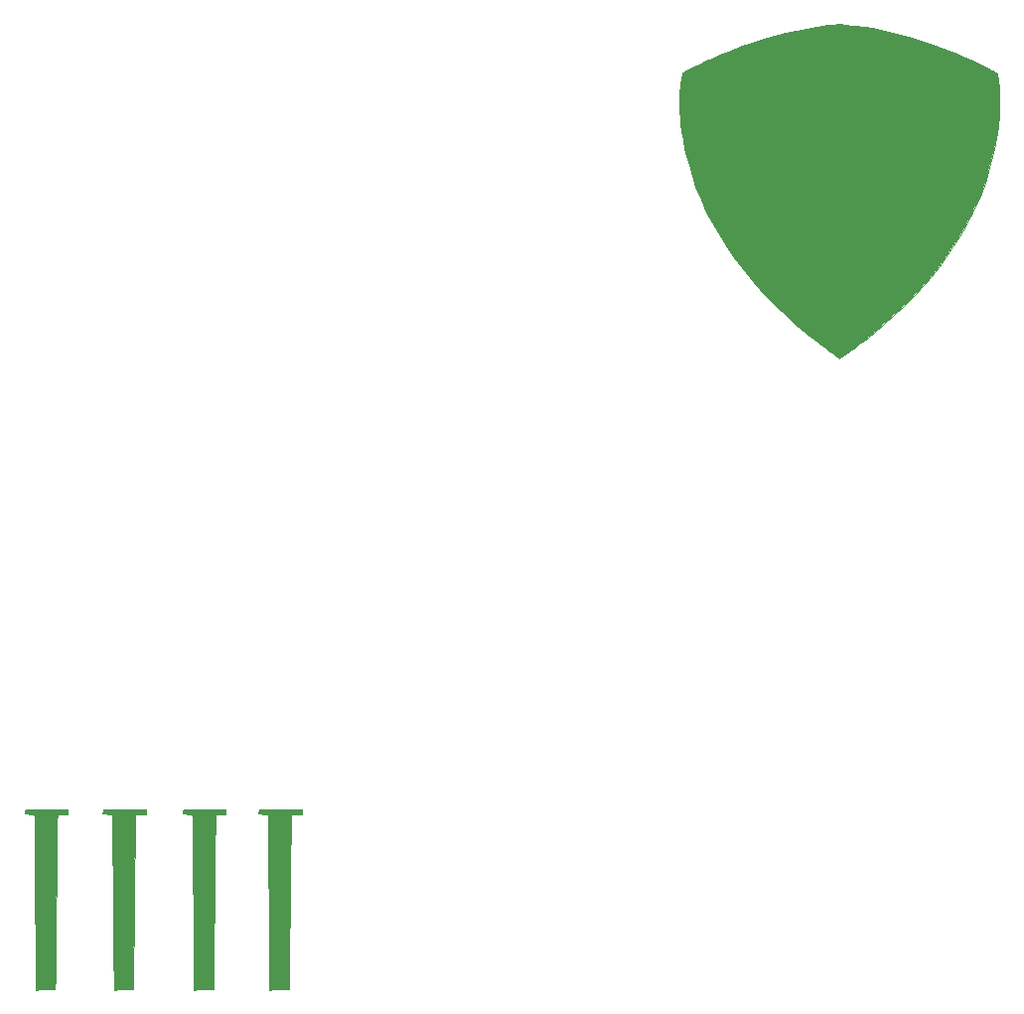
<source format=gbr>
%TF.GenerationSoftware,KiCad,Pcbnew,(6.0.11)*%
%TF.CreationDate,2023-04-05T19:42:33-05:00*%
%TF.ProjectId,GamePip,47616d65-5069-4702-9e6b-696361645f70,rev?*%
%TF.SameCoordinates,Original*%
%TF.FileFunction,Copper,L1,Top*%
%TF.FilePolarity,Positive*%
%FSLAX46Y46*%
G04 Gerber Fmt 4.6, Leading zero omitted, Abs format (unit mm)*
G04 Created by KiCad (PCBNEW (6.0.11)) date 2023-04-05 19:42:33*
%MOMM*%
%LPD*%
G01*
G04 APERTURE LIST*
%TA.AperFunction,EtchedComponent*%
%ADD10C,0.010000*%
%TD*%
G04 APERTURE END LIST*
%TO.C,G\u002A\u002A\u002A*%
G36*
X116866508Y-118050766D02*
G01*
X117126520Y-118051386D01*
X117379486Y-118052331D01*
X117621393Y-118053566D01*
X117848226Y-118055053D01*
X118055970Y-118056758D01*
X118240610Y-118058644D01*
X118398134Y-118060676D01*
X118524525Y-118062818D01*
X118615770Y-118065033D01*
X118660375Y-118066812D01*
X118898500Y-118080213D01*
X118898500Y-118476167D01*
X118013451Y-118476167D01*
X118001762Y-118671958D01*
X118000624Y-118708230D01*
X117999060Y-118785212D01*
X117997090Y-118901282D01*
X117994733Y-119054819D01*
X117992009Y-119244202D01*
X117988938Y-119467809D01*
X117985539Y-119724020D01*
X117981833Y-120011213D01*
X117977839Y-120327766D01*
X117973576Y-120672058D01*
X117969065Y-121042469D01*
X117964325Y-121437376D01*
X117959377Y-121855159D01*
X117954239Y-122294196D01*
X117948931Y-122752866D01*
X117943474Y-123229547D01*
X117937886Y-123722619D01*
X117932189Y-124230460D01*
X117926401Y-124751448D01*
X117920542Y-125283963D01*
X117914631Y-125826383D01*
X117914575Y-125831583D01*
X117908654Y-126375292D01*
X117902781Y-126909685D01*
X117896977Y-127433108D01*
X117891261Y-127943908D01*
X117885654Y-128440434D01*
X117880175Y-128921031D01*
X117874845Y-129384047D01*
X117869683Y-129827830D01*
X117864709Y-130250727D01*
X117859943Y-130651084D01*
X117855405Y-131027250D01*
X117851116Y-131377570D01*
X117847094Y-131700393D01*
X117843360Y-131994066D01*
X117839934Y-132256936D01*
X117836836Y-132487349D01*
X117834085Y-132683654D01*
X117831702Y-132844198D01*
X117829707Y-132967327D01*
X117828119Y-133051389D01*
X117826982Y-133094151D01*
X117814888Y-133392886D01*
X117314236Y-133406703D01*
X117149178Y-133411468D01*
X116976522Y-133416819D01*
X116808013Y-133422368D01*
X116655394Y-133427723D01*
X116530412Y-133432495D01*
X116504844Y-133433552D01*
X116196105Y-133446585D01*
X116182869Y-132475417D01*
X116181598Y-132374189D01*
X116179986Y-132232595D01*
X116178054Y-132052602D01*
X116175817Y-131836176D01*
X116173296Y-131585285D01*
X116170508Y-131301895D01*
X116167472Y-130987972D01*
X116164206Y-130645483D01*
X116160727Y-130276394D01*
X116157055Y-129882671D01*
X116153207Y-129466282D01*
X116149202Y-129029193D01*
X116145059Y-128573370D01*
X116140794Y-128100779D01*
X116136428Y-127613388D01*
X116131977Y-127113163D01*
X116127460Y-126602070D01*
X116122895Y-126082075D01*
X116118302Y-125555146D01*
X116114005Y-125059000D01*
X116109492Y-124538933D01*
X116105022Y-124029639D01*
X116100613Y-123532757D01*
X116096280Y-123049924D01*
X116092040Y-122582781D01*
X116087908Y-122132964D01*
X116083901Y-121702113D01*
X116080035Y-121291867D01*
X116076325Y-120903863D01*
X116072789Y-120539741D01*
X116069441Y-120201139D01*
X116066299Y-119889695D01*
X116063378Y-119607048D01*
X116060694Y-119354838D01*
X116058263Y-119134701D01*
X116056102Y-118948277D01*
X116054227Y-118797205D01*
X116052653Y-118683123D01*
X116051396Y-118607669D01*
X116050474Y-118572482D01*
X116050291Y-118570132D01*
X116043972Y-118554516D01*
X116027743Y-118540911D01*
X115996175Y-118527827D01*
X115943839Y-118513775D01*
X115865307Y-118497267D01*
X115755148Y-118476814D01*
X115628852Y-118454564D01*
X115502635Y-118432046D01*
X115391985Y-118411253D01*
X115303179Y-118393455D01*
X115242497Y-118379917D01*
X115216215Y-118371906D01*
X115215619Y-118371183D01*
X115221436Y-118346855D01*
X115236725Y-118292818D01*
X115258432Y-118219800D01*
X115263253Y-118203936D01*
X115310766Y-118048121D01*
X116866508Y-118050766D01*
G37*
D10*
X116866508Y-118050766D02*
X117126520Y-118051386D01*
X117379486Y-118052331D01*
X117621393Y-118053566D01*
X117848226Y-118055053D01*
X118055970Y-118056758D01*
X118240610Y-118058644D01*
X118398134Y-118060676D01*
X118524525Y-118062818D01*
X118615770Y-118065033D01*
X118660375Y-118066812D01*
X118898500Y-118080213D01*
X118898500Y-118476167D01*
X118013451Y-118476167D01*
X118001762Y-118671958D01*
X118000624Y-118708230D01*
X117999060Y-118785212D01*
X117997090Y-118901282D01*
X117994733Y-119054819D01*
X117992009Y-119244202D01*
X117988938Y-119467809D01*
X117985539Y-119724020D01*
X117981833Y-120011213D01*
X117977839Y-120327766D01*
X117973576Y-120672058D01*
X117969065Y-121042469D01*
X117964325Y-121437376D01*
X117959377Y-121855159D01*
X117954239Y-122294196D01*
X117948931Y-122752866D01*
X117943474Y-123229547D01*
X117937886Y-123722619D01*
X117932189Y-124230460D01*
X117926401Y-124751448D01*
X117920542Y-125283963D01*
X117914631Y-125826383D01*
X117914575Y-125831583D01*
X117908654Y-126375292D01*
X117902781Y-126909685D01*
X117896977Y-127433108D01*
X117891261Y-127943908D01*
X117885654Y-128440434D01*
X117880175Y-128921031D01*
X117874845Y-129384047D01*
X117869683Y-129827830D01*
X117864709Y-130250727D01*
X117859943Y-130651084D01*
X117855405Y-131027250D01*
X117851116Y-131377570D01*
X117847094Y-131700393D01*
X117843360Y-131994066D01*
X117839934Y-132256936D01*
X117836836Y-132487349D01*
X117834085Y-132683654D01*
X117831702Y-132844198D01*
X117829707Y-132967327D01*
X117828119Y-133051389D01*
X117826982Y-133094151D01*
X117814888Y-133392886D01*
X117314236Y-133406703D01*
X117149178Y-133411468D01*
X116976522Y-133416819D01*
X116808013Y-133422368D01*
X116655394Y-133427723D01*
X116530412Y-133432495D01*
X116504844Y-133433552D01*
X116196105Y-133446585D01*
X116182869Y-132475417D01*
X116181598Y-132374189D01*
X116179986Y-132232595D01*
X116178054Y-132052602D01*
X116175817Y-131836176D01*
X116173296Y-131585285D01*
X116170508Y-131301895D01*
X116167472Y-130987972D01*
X116164206Y-130645483D01*
X116160727Y-130276394D01*
X116157055Y-129882671D01*
X116153207Y-129466282D01*
X116149202Y-129029193D01*
X116145059Y-128573370D01*
X116140794Y-128100779D01*
X116136428Y-127613388D01*
X116131977Y-127113163D01*
X116127460Y-126602070D01*
X116122895Y-126082075D01*
X116118302Y-125555146D01*
X116114005Y-125059000D01*
X116109492Y-124538933D01*
X116105022Y-124029639D01*
X116100613Y-123532757D01*
X116096280Y-123049924D01*
X116092040Y-122582781D01*
X116087908Y-122132964D01*
X116083901Y-121702113D01*
X116080035Y-121291867D01*
X116076325Y-120903863D01*
X116072789Y-120539741D01*
X116069441Y-120201139D01*
X116066299Y-119889695D01*
X116063378Y-119607048D01*
X116060694Y-119354838D01*
X116058263Y-119134701D01*
X116056102Y-118948277D01*
X116054227Y-118797205D01*
X116052653Y-118683123D01*
X116051396Y-118607669D01*
X116050474Y-118572482D01*
X116050291Y-118570132D01*
X116043972Y-118554516D01*
X116027743Y-118540911D01*
X115996175Y-118527827D01*
X115943839Y-118513775D01*
X115865307Y-118497267D01*
X115755148Y-118476814D01*
X115628852Y-118454564D01*
X115502635Y-118432046D01*
X115391985Y-118411253D01*
X115303179Y-118393455D01*
X115242497Y-118379917D01*
X115216215Y-118371906D01*
X115215619Y-118371183D01*
X115221436Y-118346855D01*
X115236725Y-118292818D01*
X115258432Y-118219800D01*
X115263253Y-118203936D01*
X115310766Y-118048121D01*
X116866508Y-118050766D01*
G36*
X123454593Y-118046994D02*
G01*
X123711255Y-118047992D01*
X123962699Y-118049313D01*
X124204569Y-118050911D01*
X124432504Y-118052743D01*
X124642149Y-118054765D01*
X124829143Y-118056932D01*
X124989130Y-118059202D01*
X125117751Y-118061529D01*
X125210647Y-118063870D01*
X125243208Y-118065070D01*
X125544833Y-118078401D01*
X125544833Y-118476167D01*
X124660592Y-118476167D01*
X124647629Y-118989458D01*
X124646351Y-119051854D01*
X124644629Y-119154811D01*
X124642485Y-119296560D01*
X124639940Y-119475331D01*
X124637016Y-119689354D01*
X124633735Y-119936861D01*
X124630119Y-120216080D01*
X124626188Y-120525244D01*
X124621966Y-120862582D01*
X124617473Y-121226324D01*
X124612731Y-121614702D01*
X124607762Y-122025945D01*
X124602587Y-122458284D01*
X124597229Y-122909950D01*
X124591709Y-123379173D01*
X124586048Y-123864183D01*
X124580268Y-124363210D01*
X124574391Y-124874486D01*
X124568439Y-125396241D01*
X124562433Y-125926705D01*
X124560048Y-126138500D01*
X124554074Y-126669409D01*
X124548195Y-127191092D01*
X124542432Y-127701847D01*
X124536803Y-128199975D01*
X124531329Y-128683774D01*
X124526027Y-129151545D01*
X124520919Y-129601586D01*
X124516022Y-130032197D01*
X124511358Y-130441678D01*
X124506945Y-130828328D01*
X124502802Y-131190447D01*
X124498949Y-131526334D01*
X124495406Y-131834288D01*
X124492192Y-132112610D01*
X124489327Y-132359598D01*
X124486829Y-132573553D01*
X124484718Y-132752773D01*
X124483014Y-132895558D01*
X124481736Y-133000207D01*
X124480904Y-133065021D01*
X124480674Y-133081167D01*
X124475917Y-133388083D01*
X124116083Y-133401160D01*
X123976818Y-133406100D01*
X123809642Y-133411838D01*
X123628956Y-133417892D01*
X123449165Y-133423778D01*
X123295875Y-133428663D01*
X122835500Y-133443090D01*
X122835302Y-133087503D01*
X122835085Y-133037933D01*
X122834476Y-132947749D01*
X122833491Y-132818666D01*
X122832146Y-132652402D01*
X122830455Y-132450674D01*
X122828435Y-132215198D01*
X122826101Y-131947691D01*
X122823469Y-131649869D01*
X122820554Y-131323450D01*
X122817371Y-130970149D01*
X122813937Y-130591685D01*
X122810267Y-130189772D01*
X122806376Y-129766129D01*
X122802279Y-129322472D01*
X122797994Y-128860517D01*
X122793534Y-128381982D01*
X122788916Y-127888582D01*
X122784155Y-127382035D01*
X122779266Y-126864058D01*
X122774266Y-126336366D01*
X122771983Y-126096167D01*
X122766928Y-125563323D01*
X122761979Y-125038769D01*
X122757150Y-124524260D01*
X122752458Y-124021549D01*
X122747918Y-123532389D01*
X122743547Y-123058535D01*
X122739358Y-122601739D01*
X122735369Y-122163756D01*
X122731595Y-121746338D01*
X122728051Y-121351240D01*
X122724753Y-120980215D01*
X122721716Y-120635017D01*
X122718957Y-120317399D01*
X122716491Y-120029116D01*
X122714334Y-119771919D01*
X122712501Y-119547564D01*
X122711007Y-119357804D01*
X122709869Y-119204392D01*
X122709102Y-119089083D01*
X122708722Y-119013628D01*
X122708681Y-118994552D01*
X122708500Y-118528687D01*
X122290458Y-118456952D01*
X122162895Y-118434833D01*
X122050288Y-118414870D01*
X121959030Y-118398232D01*
X121895515Y-118386090D01*
X121866134Y-118379611D01*
X121864940Y-118379117D01*
X121867698Y-118357718D01*
X121881580Y-118306089D01*
X121903872Y-118234007D01*
X121912533Y-118207634D01*
X121967603Y-118042250D01*
X123454593Y-118046994D01*
G37*
X123454593Y-118046994D02*
X123711255Y-118047992D01*
X123962699Y-118049313D01*
X124204569Y-118050911D01*
X124432504Y-118052743D01*
X124642149Y-118054765D01*
X124829143Y-118056932D01*
X124989130Y-118059202D01*
X125117751Y-118061529D01*
X125210647Y-118063870D01*
X125243208Y-118065070D01*
X125544833Y-118078401D01*
X125544833Y-118476167D01*
X124660592Y-118476167D01*
X124647629Y-118989458D01*
X124646351Y-119051854D01*
X124644629Y-119154811D01*
X124642485Y-119296560D01*
X124639940Y-119475331D01*
X124637016Y-119689354D01*
X124633735Y-119936861D01*
X124630119Y-120216080D01*
X124626188Y-120525244D01*
X124621966Y-120862582D01*
X124617473Y-121226324D01*
X124612731Y-121614702D01*
X124607762Y-122025945D01*
X124602587Y-122458284D01*
X124597229Y-122909950D01*
X124591709Y-123379173D01*
X124586048Y-123864183D01*
X124580268Y-124363210D01*
X124574391Y-124874486D01*
X124568439Y-125396241D01*
X124562433Y-125926705D01*
X124560048Y-126138500D01*
X124554074Y-126669409D01*
X124548195Y-127191092D01*
X124542432Y-127701847D01*
X124536803Y-128199975D01*
X124531329Y-128683774D01*
X124526027Y-129151545D01*
X124520919Y-129601586D01*
X124516022Y-130032197D01*
X124511358Y-130441678D01*
X124506945Y-130828328D01*
X124502802Y-131190447D01*
X124498949Y-131526334D01*
X124495406Y-131834288D01*
X124492192Y-132112610D01*
X124489327Y-132359598D01*
X124486829Y-132573553D01*
X124484718Y-132752773D01*
X124483014Y-132895558D01*
X124481736Y-133000207D01*
X124480904Y-133065021D01*
X124480674Y-133081167D01*
X124475917Y-133388083D01*
X124116083Y-133401160D01*
X123976818Y-133406100D01*
X123809642Y-133411838D01*
X123628956Y-133417892D01*
X123449165Y-133423778D01*
X123295875Y-133428663D01*
X122835500Y-133443090D01*
X122835302Y-133087503D01*
X122835085Y-133037933D01*
X122834476Y-132947749D01*
X122833491Y-132818666D01*
X122832146Y-132652402D01*
X122830455Y-132450674D01*
X122828435Y-132215198D01*
X122826101Y-131947691D01*
X122823469Y-131649869D01*
X122820554Y-131323450D01*
X122817371Y-130970149D01*
X122813937Y-130591685D01*
X122810267Y-130189772D01*
X122806376Y-129766129D01*
X122802279Y-129322472D01*
X122797994Y-128860517D01*
X122793534Y-128381982D01*
X122788916Y-127888582D01*
X122784155Y-127382035D01*
X122779266Y-126864058D01*
X122774266Y-126336366D01*
X122771983Y-126096167D01*
X122766928Y-125563323D01*
X122761979Y-125038769D01*
X122757150Y-124524260D01*
X122752458Y-124021549D01*
X122747918Y-123532389D01*
X122743547Y-123058535D01*
X122739358Y-122601739D01*
X122735369Y-122163756D01*
X122731595Y-121746338D01*
X122728051Y-121351240D01*
X122724753Y-120980215D01*
X122721716Y-120635017D01*
X122718957Y-120317399D01*
X122716491Y-120029116D01*
X122714334Y-119771919D01*
X122712501Y-119547564D01*
X122711007Y-119357804D01*
X122709869Y-119204392D01*
X122709102Y-119089083D01*
X122708722Y-119013628D01*
X122708681Y-118994552D01*
X122708500Y-118528687D01*
X122290458Y-118456952D01*
X122162895Y-118434833D01*
X122050288Y-118414870D01*
X121959030Y-118398232D01*
X121895515Y-118386090D01*
X121866134Y-118379611D01*
X121864940Y-118379117D01*
X121867698Y-118357718D01*
X121881580Y-118306089D01*
X121903872Y-118234007D01*
X121912533Y-118207634D01*
X121967603Y-118042250D01*
X123454593Y-118046994D01*
G36*
X130349675Y-118050766D02*
G01*
X130609686Y-118051386D01*
X130862653Y-118052331D01*
X131104560Y-118053566D01*
X131331392Y-118055053D01*
X131539136Y-118056758D01*
X131723777Y-118058644D01*
X131881300Y-118060676D01*
X132007692Y-118062818D01*
X132098937Y-118065033D01*
X132143542Y-118066812D01*
X132381667Y-118080213D01*
X132381667Y-118476167D01*
X131496617Y-118476167D01*
X131484932Y-118671958D01*
X131483794Y-118708230D01*
X131482231Y-118785212D01*
X131480261Y-118901282D01*
X131477905Y-119054819D01*
X131475182Y-119244202D01*
X131472112Y-119467809D01*
X131468714Y-119724020D01*
X131465009Y-120011213D01*
X131461016Y-120327766D01*
X131456755Y-120672058D01*
X131452246Y-121042469D01*
X131447508Y-121437376D01*
X131442560Y-121855159D01*
X131437424Y-122294196D01*
X131432118Y-122752866D01*
X131426663Y-123229548D01*
X131421077Y-123722619D01*
X131415382Y-124230460D01*
X131409595Y-124751448D01*
X131403738Y-125283963D01*
X131397830Y-125826383D01*
X131397774Y-125831583D01*
X131391855Y-126375293D01*
X131385983Y-126909685D01*
X131380181Y-127433108D01*
X131374466Y-127943908D01*
X131368860Y-128440434D01*
X131363383Y-128921031D01*
X131358053Y-129384048D01*
X131352891Y-129827830D01*
X131347918Y-130250727D01*
X131343152Y-130651084D01*
X131338614Y-131027250D01*
X131334324Y-131377570D01*
X131330302Y-131700393D01*
X131326567Y-131994066D01*
X131323140Y-132256936D01*
X131320041Y-132487349D01*
X131317289Y-132683654D01*
X131314904Y-132844198D01*
X131312907Y-132967327D01*
X131311317Y-133051389D01*
X131310178Y-133094151D01*
X131298055Y-133392886D01*
X130797402Y-133406703D01*
X130632346Y-133411468D01*
X130459693Y-133416819D01*
X130291187Y-133422367D01*
X130138572Y-133427722D01*
X130013595Y-133432494D01*
X129988026Y-133433552D01*
X129679301Y-133446584D01*
X129666157Y-132475417D01*
X129664892Y-132374188D01*
X129663287Y-132232594D01*
X129661359Y-132052601D01*
X129659128Y-131836176D01*
X129656610Y-131585285D01*
X129653825Y-131301895D01*
X129650791Y-130987972D01*
X129647526Y-130645483D01*
X129644048Y-130276394D01*
X129640375Y-129882671D01*
X129636526Y-129466282D01*
X129632519Y-129029193D01*
X129628373Y-128573370D01*
X129624105Y-128100780D01*
X129619734Y-127613389D01*
X129615277Y-127113163D01*
X129610755Y-126602070D01*
X129606183Y-126082076D01*
X129601582Y-125555147D01*
X129597278Y-125059000D01*
X129592756Y-124538933D01*
X129588278Y-124029639D01*
X129583860Y-123532757D01*
X129579520Y-123049925D01*
X129575272Y-122582781D01*
X129571133Y-122132964D01*
X129567119Y-121702113D01*
X129563246Y-121291867D01*
X129559530Y-120903863D01*
X129555987Y-120539741D01*
X129552634Y-120201139D01*
X129549487Y-119889695D01*
X129546561Y-119607049D01*
X129543873Y-119354838D01*
X129541439Y-119134701D01*
X129539275Y-118948278D01*
X129537397Y-118797205D01*
X129535821Y-118683123D01*
X129534564Y-118607669D01*
X129533641Y-118572482D01*
X129533457Y-118570132D01*
X129527139Y-118554516D01*
X129510910Y-118540911D01*
X129479342Y-118527827D01*
X129427006Y-118513775D01*
X129348473Y-118497267D01*
X129238315Y-118476814D01*
X129112019Y-118454564D01*
X128985802Y-118432046D01*
X128875152Y-118411253D01*
X128786346Y-118393455D01*
X128725663Y-118379917D01*
X128699381Y-118371906D01*
X128698786Y-118371183D01*
X128704603Y-118346855D01*
X128719892Y-118292818D01*
X128741599Y-118219800D01*
X128746419Y-118203936D01*
X128793933Y-118048121D01*
X130349675Y-118050766D01*
G37*
X130349675Y-118050766D02*
X130609686Y-118051386D01*
X130862653Y-118052331D01*
X131104560Y-118053566D01*
X131331392Y-118055053D01*
X131539136Y-118056758D01*
X131723777Y-118058644D01*
X131881300Y-118060676D01*
X132007692Y-118062818D01*
X132098937Y-118065033D01*
X132143542Y-118066812D01*
X132381667Y-118080213D01*
X132381667Y-118476167D01*
X131496617Y-118476167D01*
X131484932Y-118671958D01*
X131483794Y-118708230D01*
X131482231Y-118785212D01*
X131480261Y-118901282D01*
X131477905Y-119054819D01*
X131475182Y-119244202D01*
X131472112Y-119467809D01*
X131468714Y-119724020D01*
X131465009Y-120011213D01*
X131461016Y-120327766D01*
X131456755Y-120672058D01*
X131452246Y-121042469D01*
X131447508Y-121437376D01*
X131442560Y-121855159D01*
X131437424Y-122294196D01*
X131432118Y-122752866D01*
X131426663Y-123229548D01*
X131421077Y-123722619D01*
X131415382Y-124230460D01*
X131409595Y-124751448D01*
X131403738Y-125283963D01*
X131397830Y-125826383D01*
X131397774Y-125831583D01*
X131391855Y-126375293D01*
X131385983Y-126909685D01*
X131380181Y-127433108D01*
X131374466Y-127943908D01*
X131368860Y-128440434D01*
X131363383Y-128921031D01*
X131358053Y-129384048D01*
X131352891Y-129827830D01*
X131347918Y-130250727D01*
X131343152Y-130651084D01*
X131338614Y-131027250D01*
X131334324Y-131377570D01*
X131330302Y-131700393D01*
X131326567Y-131994066D01*
X131323140Y-132256936D01*
X131320041Y-132487349D01*
X131317289Y-132683654D01*
X131314904Y-132844198D01*
X131312907Y-132967327D01*
X131311317Y-133051389D01*
X131310178Y-133094151D01*
X131298055Y-133392886D01*
X130797402Y-133406703D01*
X130632346Y-133411468D01*
X130459693Y-133416819D01*
X130291187Y-133422367D01*
X130138572Y-133427722D01*
X130013595Y-133432494D01*
X129988026Y-133433552D01*
X129679301Y-133446584D01*
X129666157Y-132475417D01*
X129664892Y-132374188D01*
X129663287Y-132232594D01*
X129661359Y-132052601D01*
X129659128Y-131836176D01*
X129656610Y-131585285D01*
X129653825Y-131301895D01*
X129650791Y-130987972D01*
X129647526Y-130645483D01*
X129644048Y-130276394D01*
X129640375Y-129882671D01*
X129636526Y-129466282D01*
X129632519Y-129029193D01*
X129628373Y-128573370D01*
X129624105Y-128100780D01*
X129619734Y-127613389D01*
X129615277Y-127113163D01*
X129610755Y-126602070D01*
X129606183Y-126082076D01*
X129601582Y-125555147D01*
X129597278Y-125059000D01*
X129592756Y-124538933D01*
X129588278Y-124029639D01*
X129583860Y-123532757D01*
X129579520Y-123049925D01*
X129575272Y-122582781D01*
X129571133Y-122132964D01*
X129567119Y-121702113D01*
X129563246Y-121291867D01*
X129559530Y-120903863D01*
X129555987Y-120539741D01*
X129552634Y-120201139D01*
X129549487Y-119889695D01*
X129546561Y-119607049D01*
X129543873Y-119354838D01*
X129541439Y-119134701D01*
X129539275Y-118948278D01*
X129537397Y-118797205D01*
X129535821Y-118683123D01*
X129534564Y-118607669D01*
X129533641Y-118572482D01*
X129533457Y-118570132D01*
X129527139Y-118554516D01*
X129510910Y-118540911D01*
X129479342Y-118527827D01*
X129427006Y-118513775D01*
X129348473Y-118497267D01*
X129238315Y-118476814D01*
X129112019Y-118454564D01*
X128985802Y-118432046D01*
X128875152Y-118411253D01*
X128786346Y-118393455D01*
X128725663Y-118379917D01*
X128699381Y-118371906D01*
X128698786Y-118371183D01*
X128704603Y-118346855D01*
X128719892Y-118292818D01*
X128741599Y-118219800D01*
X128746419Y-118203936D01*
X128793933Y-118048121D01*
X130349675Y-118050766D01*
G36*
X136716219Y-118046987D02*
G01*
X136972712Y-118047991D01*
X137224593Y-118049321D01*
X137467404Y-118050933D01*
X137696688Y-118052782D01*
X137907988Y-118054823D01*
X138096846Y-118057011D01*
X138258806Y-118059300D01*
X138389410Y-118061647D01*
X138484201Y-118064007D01*
X138514708Y-118065090D01*
X138837500Y-118078457D01*
X138837500Y-118476167D01*
X137927333Y-118476167D01*
X137927165Y-118555542D01*
X137926904Y-118582602D01*
X137926158Y-118650424D01*
X137924945Y-118757438D01*
X137923285Y-118902077D01*
X137921195Y-119082770D01*
X137918695Y-119297948D01*
X137915801Y-119546044D01*
X137912534Y-119825488D01*
X137908911Y-120134711D01*
X137904951Y-120472144D01*
X137900673Y-120836219D01*
X137896094Y-121225367D01*
X137891233Y-121638018D01*
X137886109Y-122072603D01*
X137880739Y-122527555D01*
X137875144Y-123001303D01*
X137869340Y-123492280D01*
X137863346Y-123998915D01*
X137857181Y-124519641D01*
X137850864Y-125052889D01*
X137844412Y-125597089D01*
X137842635Y-125746917D01*
X137836131Y-126295980D01*
X137829757Y-126835535D01*
X137823532Y-127363957D01*
X137817475Y-127879624D01*
X137811604Y-128380909D01*
X137805937Y-128866191D01*
X137800494Y-129333843D01*
X137795293Y-129782243D01*
X137790352Y-130209766D01*
X137785690Y-130614788D01*
X137781326Y-130995686D01*
X137777278Y-131350834D01*
X137773565Y-131678609D01*
X137770206Y-131977387D01*
X137767218Y-132245544D01*
X137764622Y-132481455D01*
X137762434Y-132683497D01*
X137760675Y-132850045D01*
X137759362Y-132979476D01*
X137758514Y-133070166D01*
X137758149Y-133120489D01*
X137758136Y-133125770D01*
X137758000Y-133392623D01*
X137244708Y-133406506D01*
X137078035Y-133411232D01*
X136903974Y-133416551D01*
X136734026Y-133422083D01*
X136579695Y-133427451D01*
X136452481Y-133432277D01*
X136419208Y-133433652D01*
X136107000Y-133446915D01*
X136106802Y-132814249D01*
X136106583Y-132742098D01*
X136105968Y-132629425D01*
X136104974Y-132478041D01*
X136103617Y-132289757D01*
X136101911Y-132066381D01*
X136099873Y-131809726D01*
X136097519Y-131521600D01*
X136094864Y-131203814D01*
X136091924Y-130858178D01*
X136088714Y-130486503D01*
X136085252Y-130090598D01*
X136081552Y-129672273D01*
X136077630Y-129233340D01*
X136073501Y-128775607D01*
X136069183Y-128300886D01*
X136064690Y-127810986D01*
X136060038Y-127307717D01*
X136055243Y-126792890D01*
X136050321Y-126268316D01*
X136045288Y-125735803D01*
X136043483Y-125545833D01*
X136038451Y-125016314D01*
X136033524Y-124496697D01*
X136028716Y-123988645D01*
X136024044Y-123493820D01*
X136019522Y-123013885D01*
X136015166Y-122550503D01*
X136010991Y-122105334D01*
X136007013Y-121680043D01*
X136003248Y-121276292D01*
X135999710Y-120895742D01*
X135996415Y-120540056D01*
X135993378Y-120210898D01*
X135990616Y-119909928D01*
X135988142Y-119638810D01*
X135985974Y-119399206D01*
X135984125Y-119192779D01*
X135982612Y-119021191D01*
X135981450Y-118886104D01*
X135980654Y-118789180D01*
X135980240Y-118732083D01*
X135980181Y-118718881D01*
X135980000Y-118527680D01*
X135566219Y-118455901D01*
X135439431Y-118433372D01*
X135327738Y-118412504D01*
X135237540Y-118394578D01*
X135175239Y-118380873D01*
X135147237Y-118372670D01*
X135146358Y-118371936D01*
X135149435Y-118347387D01*
X135163048Y-118293217D01*
X135184470Y-118220005D01*
X135190400Y-118201000D01*
X135240522Y-118042250D01*
X136716219Y-118046987D01*
G37*
X136716219Y-118046987D02*
X136972712Y-118047991D01*
X137224593Y-118049321D01*
X137467404Y-118050933D01*
X137696688Y-118052782D01*
X137907988Y-118054823D01*
X138096846Y-118057011D01*
X138258806Y-118059300D01*
X138389410Y-118061647D01*
X138484201Y-118064007D01*
X138514708Y-118065090D01*
X138837500Y-118078457D01*
X138837500Y-118476167D01*
X137927333Y-118476167D01*
X137927165Y-118555542D01*
X137926904Y-118582602D01*
X137926158Y-118650424D01*
X137924945Y-118757438D01*
X137923285Y-118902077D01*
X137921195Y-119082770D01*
X137918695Y-119297948D01*
X137915801Y-119546044D01*
X137912534Y-119825488D01*
X137908911Y-120134711D01*
X137904951Y-120472144D01*
X137900673Y-120836219D01*
X137896094Y-121225367D01*
X137891233Y-121638018D01*
X137886109Y-122072603D01*
X137880739Y-122527555D01*
X137875144Y-123001303D01*
X137869340Y-123492280D01*
X137863346Y-123998915D01*
X137857181Y-124519641D01*
X137850864Y-125052889D01*
X137844412Y-125597089D01*
X137842635Y-125746917D01*
X137836131Y-126295980D01*
X137829757Y-126835535D01*
X137823532Y-127363957D01*
X137817475Y-127879624D01*
X137811604Y-128380909D01*
X137805937Y-128866191D01*
X137800494Y-129333843D01*
X137795293Y-129782243D01*
X137790352Y-130209766D01*
X137785690Y-130614788D01*
X137781326Y-130995686D01*
X137777278Y-131350834D01*
X137773565Y-131678609D01*
X137770206Y-131977387D01*
X137767218Y-132245544D01*
X137764622Y-132481455D01*
X137762434Y-132683497D01*
X137760675Y-132850045D01*
X137759362Y-132979476D01*
X137758514Y-133070166D01*
X137758149Y-133120489D01*
X137758136Y-133125770D01*
X137758000Y-133392623D01*
X137244708Y-133406506D01*
X137078035Y-133411232D01*
X136903974Y-133416551D01*
X136734026Y-133422083D01*
X136579695Y-133427451D01*
X136452481Y-133432277D01*
X136419208Y-133433652D01*
X136107000Y-133446915D01*
X136106802Y-132814249D01*
X136106583Y-132742098D01*
X136105968Y-132629425D01*
X136104974Y-132478041D01*
X136103617Y-132289757D01*
X136101911Y-132066381D01*
X136099873Y-131809726D01*
X136097519Y-131521600D01*
X136094864Y-131203814D01*
X136091924Y-130858178D01*
X136088714Y-130486503D01*
X136085252Y-130090598D01*
X136081552Y-129672273D01*
X136077630Y-129233340D01*
X136073501Y-128775607D01*
X136069183Y-128300886D01*
X136064690Y-127810986D01*
X136060038Y-127307717D01*
X136055243Y-126792890D01*
X136050321Y-126268316D01*
X136045288Y-125735803D01*
X136043483Y-125545833D01*
X136038451Y-125016314D01*
X136033524Y-124496697D01*
X136028716Y-123988645D01*
X136024044Y-123493820D01*
X136019522Y-123013885D01*
X136015166Y-122550503D01*
X136010991Y-122105334D01*
X136007013Y-121680043D01*
X136003248Y-121276292D01*
X135999710Y-120895742D01*
X135996415Y-120540056D01*
X135993378Y-120210898D01*
X135990616Y-119909928D01*
X135988142Y-119638810D01*
X135985974Y-119399206D01*
X135984125Y-119192779D01*
X135982612Y-119021191D01*
X135981450Y-118886104D01*
X135980654Y-118789180D01*
X135980240Y-118732083D01*
X135980181Y-118718881D01*
X135980000Y-118527680D01*
X135566219Y-118455901D01*
X135439431Y-118433372D01*
X135327738Y-118412504D01*
X135237540Y-118394578D01*
X135175239Y-118380873D01*
X135147237Y-118372670D01*
X135146358Y-118371936D01*
X135149435Y-118347387D01*
X135163048Y-118293217D01*
X135184470Y-118220005D01*
X135190400Y-118201000D01*
X135240522Y-118042250D01*
X136716219Y-118046987D01*
G36*
X184786405Y-51130281D02*
G01*
X184878955Y-51134226D01*
X184974677Y-51141091D01*
X184996708Y-51142961D01*
X185934515Y-51242369D01*
X186889996Y-51379132D01*
X187861649Y-51552866D01*
X188847970Y-51763187D01*
X189847458Y-52009710D01*
X190858608Y-52292050D01*
X191879919Y-52609822D01*
X192909888Y-52962643D01*
X193947012Y-53350126D01*
X194537583Y-53585048D01*
X195009428Y-53779807D01*
X195449150Y-53967770D01*
X195865529Y-54153050D01*
X196267346Y-54339763D01*
X196663380Y-54532023D01*
X197062413Y-54733944D01*
X197473223Y-54949642D01*
X197636626Y-55037360D01*
X197765629Y-55107116D01*
X197881810Y-55170160D01*
X197980129Y-55223738D01*
X198055547Y-55265100D01*
X198103027Y-55291491D01*
X198117660Y-55300105D01*
X198123351Y-55323179D01*
X198133738Y-55382366D01*
X198147993Y-55471805D01*
X198165287Y-55585638D01*
X198184789Y-55718005D01*
X198205670Y-55863048D01*
X198227101Y-56014907D01*
X198248253Y-56167723D01*
X198268296Y-56315638D01*
X198286400Y-56452790D01*
X198301737Y-56573323D01*
X198313477Y-56671376D01*
X198319001Y-56722417D01*
X198327643Y-56836477D01*
X198334655Y-56985853D01*
X198340036Y-57163559D01*
X198343785Y-57362610D01*
X198345902Y-57576018D01*
X198346387Y-57796799D01*
X198345238Y-58017967D01*
X198342456Y-58232534D01*
X198338040Y-58433517D01*
X198331988Y-58613927D01*
X198324301Y-58766781D01*
X198319173Y-58839083D01*
X198218011Y-59823136D01*
X198075620Y-60797927D01*
X197891973Y-61763551D01*
X197667040Y-62720102D01*
X197400792Y-63667675D01*
X197093200Y-64606364D01*
X196744236Y-65536262D01*
X196353871Y-66457465D01*
X195922075Y-67370067D01*
X195448820Y-68274161D01*
X195403101Y-68357087D01*
X194893364Y-69236095D01*
X194343018Y-70105616D01*
X193752918Y-70964695D01*
X193123917Y-71812381D01*
X192456872Y-72647721D01*
X191752637Y-73469761D01*
X191012066Y-74277549D01*
X190236014Y-75070132D01*
X189425336Y-75846557D01*
X188580888Y-76605871D01*
X187703522Y-77347122D01*
X186794095Y-78069356D01*
X186467629Y-78318034D01*
X186379989Y-78383671D01*
X186270965Y-78464682D01*
X186144531Y-78558166D01*
X186004660Y-78661221D01*
X185855326Y-78770947D01*
X185700504Y-78884442D01*
X185544167Y-78998805D01*
X185390290Y-79111136D01*
X185242846Y-79218532D01*
X185105810Y-79318092D01*
X184983155Y-79406917D01*
X184878856Y-79482104D01*
X184796885Y-79540752D01*
X184741218Y-79579961D01*
X184716250Y-79596599D01*
X184694879Y-79587285D01*
X184643363Y-79555567D01*
X184565644Y-79504141D01*
X184465665Y-79435707D01*
X184347367Y-79352963D01*
X184214692Y-79258607D01*
X184071583Y-79155338D01*
X184070667Y-79154672D01*
X183760200Y-78928518D01*
X183480003Y-78723186D01*
X183225620Y-78535284D01*
X182992596Y-78361419D01*
X182776478Y-78198198D01*
X182572811Y-78042228D01*
X182377139Y-77890116D01*
X182185009Y-77738471D01*
X181991965Y-77583898D01*
X181793554Y-77423005D01*
X181745057Y-77383413D01*
X180845305Y-76625594D01*
X179985513Y-75855466D01*
X179164881Y-75072160D01*
X178382613Y-74274813D01*
X177637910Y-73462556D01*
X176929975Y-72634525D01*
X176258009Y-71789854D01*
X175621214Y-70927675D01*
X175102619Y-70173833D01*
X174568153Y-69336404D01*
X174068224Y-68483270D01*
X173603819Y-67616655D01*
X173175925Y-66738787D01*
X172785529Y-65851891D01*
X172433618Y-64958193D01*
X172121179Y-64059918D01*
X171849200Y-63159294D01*
X171648392Y-62384500D01*
X171492417Y-61684510D01*
X171356979Y-60976455D01*
X171243659Y-60270274D01*
X171154038Y-59575909D01*
X171089697Y-58903299D01*
X171085152Y-58843520D01*
X171069226Y-58581517D01*
X171058416Y-58299041D01*
X171052622Y-58003952D01*
X171051742Y-57704108D01*
X171055674Y-57407369D01*
X171064316Y-57121595D01*
X171077566Y-56854644D01*
X171095322Y-56614377D01*
X171116594Y-56415500D01*
X171140694Y-56233678D01*
X171165632Y-56054564D01*
X171190602Y-55883199D01*
X171214800Y-55724624D01*
X171237419Y-55583883D01*
X171257655Y-55466015D01*
X171274701Y-55376064D01*
X171287752Y-55319072D01*
X171294708Y-55300666D01*
X171329253Y-55274586D01*
X171398099Y-55232248D01*
X171497346Y-55175639D01*
X171623097Y-55106744D01*
X171771450Y-55027551D01*
X171938508Y-54940046D01*
X172120371Y-54846215D01*
X172313140Y-54748046D01*
X172512915Y-54647524D01*
X172715799Y-54546636D01*
X172917890Y-54447369D01*
X173115291Y-54351710D01*
X173304103Y-54261645D01*
X173480425Y-54179160D01*
X173629579Y-54111083D01*
X174541672Y-53715296D01*
X175464248Y-53343073D01*
X176393759Y-52995432D01*
X177326656Y-52673389D01*
X178259392Y-52377962D01*
X179188417Y-52110166D01*
X180110184Y-51871020D01*
X181021144Y-51661539D01*
X181917749Y-51482740D01*
X182796450Y-51335641D01*
X183653700Y-51221259D01*
X183753167Y-51209979D01*
X183981585Y-51184966D01*
X184173657Y-51165002D01*
X184335026Y-51149784D01*
X184471340Y-51139007D01*
X184588244Y-51132367D01*
X184691384Y-51129560D01*
X184786405Y-51130281D01*
G37*
X184786405Y-51130281D02*
X184878955Y-51134226D01*
X184974677Y-51141091D01*
X184996708Y-51142961D01*
X185934515Y-51242369D01*
X186889996Y-51379132D01*
X187861649Y-51552866D01*
X188847970Y-51763187D01*
X189847458Y-52009710D01*
X190858608Y-52292050D01*
X191879919Y-52609822D01*
X192909888Y-52962643D01*
X193947012Y-53350126D01*
X194537583Y-53585048D01*
X195009428Y-53779807D01*
X195449150Y-53967770D01*
X195865529Y-54153050D01*
X196267346Y-54339763D01*
X196663380Y-54532023D01*
X197062413Y-54733944D01*
X197473223Y-54949642D01*
X197636626Y-55037360D01*
X197765629Y-55107116D01*
X197881810Y-55170160D01*
X197980129Y-55223738D01*
X198055547Y-55265100D01*
X198103027Y-55291491D01*
X198117660Y-55300105D01*
X198123351Y-55323179D01*
X198133738Y-55382366D01*
X198147993Y-55471805D01*
X198165287Y-55585638D01*
X198184789Y-55718005D01*
X198205670Y-55863048D01*
X198227101Y-56014907D01*
X198248253Y-56167723D01*
X198268296Y-56315638D01*
X198286400Y-56452790D01*
X198301737Y-56573323D01*
X198313477Y-56671376D01*
X198319001Y-56722417D01*
X198327643Y-56836477D01*
X198334655Y-56985853D01*
X198340036Y-57163559D01*
X198343785Y-57362610D01*
X198345902Y-57576018D01*
X198346387Y-57796799D01*
X198345238Y-58017967D01*
X198342456Y-58232534D01*
X198338040Y-58433517D01*
X198331988Y-58613927D01*
X198324301Y-58766781D01*
X198319173Y-58839083D01*
X198218011Y-59823136D01*
X198075620Y-60797927D01*
X197891973Y-61763551D01*
X197667040Y-62720102D01*
X197400792Y-63667675D01*
X197093200Y-64606364D01*
X196744236Y-65536262D01*
X196353871Y-66457465D01*
X195922075Y-67370067D01*
X195448820Y-68274161D01*
X195403101Y-68357087D01*
X194893364Y-69236095D01*
X194343018Y-70105616D01*
X193752918Y-70964695D01*
X193123917Y-71812381D01*
X192456872Y-72647721D01*
X191752637Y-73469761D01*
X191012066Y-74277549D01*
X190236014Y-75070132D01*
X189425336Y-75846557D01*
X188580888Y-76605871D01*
X187703522Y-77347122D01*
X186794095Y-78069356D01*
X186467629Y-78318034D01*
X186379989Y-78383671D01*
X186270965Y-78464682D01*
X186144531Y-78558166D01*
X186004660Y-78661221D01*
X185855326Y-78770947D01*
X185700504Y-78884442D01*
X185544167Y-78998805D01*
X185390290Y-79111136D01*
X185242846Y-79218532D01*
X185105810Y-79318092D01*
X184983155Y-79406917D01*
X184878856Y-79482104D01*
X184796885Y-79540752D01*
X184741218Y-79579961D01*
X184716250Y-79596599D01*
X184694879Y-79587285D01*
X184643363Y-79555567D01*
X184565644Y-79504141D01*
X184465665Y-79435707D01*
X184347367Y-79352963D01*
X184214692Y-79258607D01*
X184071583Y-79155338D01*
X184070667Y-79154672D01*
X183760200Y-78928518D01*
X183480003Y-78723186D01*
X183225620Y-78535284D01*
X182992596Y-78361419D01*
X182776478Y-78198198D01*
X182572811Y-78042228D01*
X182377139Y-77890116D01*
X182185009Y-77738471D01*
X181991965Y-77583898D01*
X181793554Y-77423005D01*
X181745057Y-77383413D01*
X180845305Y-76625594D01*
X179985513Y-75855466D01*
X179164881Y-75072160D01*
X178382613Y-74274813D01*
X177637910Y-73462556D01*
X176929975Y-72634525D01*
X176258009Y-71789854D01*
X175621214Y-70927675D01*
X175102619Y-70173833D01*
X174568153Y-69336404D01*
X174068224Y-68483270D01*
X173603819Y-67616655D01*
X173175925Y-66738787D01*
X172785529Y-65851891D01*
X172433618Y-64958193D01*
X172121179Y-64059918D01*
X171849200Y-63159294D01*
X171648392Y-62384500D01*
X171492417Y-61684510D01*
X171356979Y-60976455D01*
X171243659Y-60270274D01*
X171154038Y-59575909D01*
X171089697Y-58903299D01*
X171085152Y-58843520D01*
X171069226Y-58581517D01*
X171058416Y-58299041D01*
X171052622Y-58003952D01*
X171051742Y-57704108D01*
X171055674Y-57407369D01*
X171064316Y-57121595D01*
X171077566Y-56854644D01*
X171095322Y-56614377D01*
X171116594Y-56415500D01*
X171140694Y-56233678D01*
X171165632Y-56054564D01*
X171190602Y-55883199D01*
X171214800Y-55724624D01*
X171237419Y-55583883D01*
X171257655Y-55466015D01*
X171274701Y-55376064D01*
X171287752Y-55319072D01*
X171294708Y-55300666D01*
X171329253Y-55274586D01*
X171398099Y-55232248D01*
X171497346Y-55175639D01*
X171623097Y-55106744D01*
X171771450Y-55027551D01*
X171938508Y-54940046D01*
X172120371Y-54846215D01*
X172313140Y-54748046D01*
X172512915Y-54647524D01*
X172715799Y-54546636D01*
X172917890Y-54447369D01*
X173115291Y-54351710D01*
X173304103Y-54261645D01*
X173480425Y-54179160D01*
X173629579Y-54111083D01*
X174541672Y-53715296D01*
X175464248Y-53343073D01*
X176393759Y-52995432D01*
X177326656Y-52673389D01*
X178259392Y-52377962D01*
X179188417Y-52110166D01*
X180110184Y-51871020D01*
X181021144Y-51661539D01*
X181917749Y-51482740D01*
X182796450Y-51335641D01*
X183653700Y-51221259D01*
X183753167Y-51209979D01*
X183981585Y-51184966D01*
X184173657Y-51165002D01*
X184335026Y-51149784D01*
X184471340Y-51139007D01*
X184588244Y-51132367D01*
X184691384Y-51129560D01*
X184786405Y-51130281D01*
%TD*%
M02*

</source>
